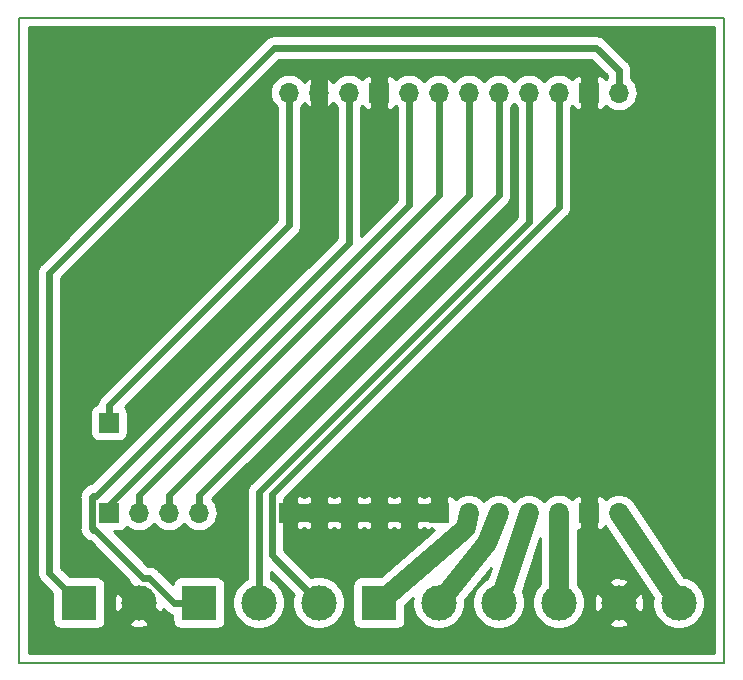
<source format=gbl>
G04 #@! TF.GenerationSoftware,KiCad,Pcbnew,5.1.2-f72e74a~84~ubuntu18.04.1*
G04 #@! TF.CreationDate,2019-06-23T16:18:23+02:00*
G04 #@! TF.ProjectId,TMC262_mount,544d4332-3632-45f6-9d6f-756e742e6b69,rev?*
G04 #@! TF.SameCoordinates,PX4ea49dfPY449d5dd*
G04 #@! TF.FileFunction,Copper,L2,Bot*
G04 #@! TF.FilePolarity,Positive*
%FSLAX46Y46*%
G04 Gerber Fmt 4.6, Leading zero omitted, Abs format (unit mm)*
G04 Created by KiCad (PCBNEW 5.1.2-f72e74a~84~ubuntu18.04.1) date 2019-06-23 16:18:23*
%MOMM*%
%LPD*%
G04 APERTURE LIST*
%ADD10C,0.200000*%
%ADD11R,1.700000X1.700000*%
%ADD12O,1.700000X1.700000*%
%ADD13C,3.000000*%
%ADD14R,3.000000X3.000000*%
%ADD15C,0.600000*%
%ADD16C,1.700000*%
%ADD17C,0.254000*%
G04 APERTURE END LIST*
D10*
X-59690000Y54610000D02*
X-59690000Y0D01*
X0Y54610000D02*
X-59690000Y54610000D01*
X0Y0D02*
X0Y54610000D01*
X-59690000Y0D02*
X0Y0D01*
D11*
X-26669999Y12700041D03*
X-31749999Y12700041D03*
X-34289999Y12700041D03*
X-36829999Y12700041D03*
X-52069999Y20320041D03*
X-52069999Y12700041D03*
D12*
X-49529999Y12700041D03*
X-46989999Y12700041D03*
X-44449999Y12700041D03*
D13*
X-24130099Y5080041D03*
X-19050099Y5080041D03*
D14*
X-29210099Y5080041D03*
D13*
X-13970099Y5080041D03*
X-8890099Y5080041D03*
X-3810099Y5080041D03*
D14*
X-44449999Y5080041D03*
D13*
X-39369999Y5080041D03*
X-34289999Y5080041D03*
D14*
X-54609999Y5080041D03*
D13*
X-49529999Y5080041D03*
D12*
X-19049999Y48260041D03*
X-21589999Y48260041D03*
X-24129999Y48260041D03*
X-26669999Y48260041D03*
X-13969999Y48260041D03*
X-16509999Y48260041D03*
X-36829999Y48260041D03*
X-34289999Y48260041D03*
X-31749999Y48260041D03*
D11*
X-29209999Y48260041D03*
X-29209999Y12700041D03*
X-24129999Y12700041D03*
D12*
X-16509999Y12700041D03*
X-13969999Y12700041D03*
X-19049999Y12700041D03*
X-21589999Y12700041D03*
X-8889999Y48260041D03*
D11*
X-11429999Y48260041D03*
X-11429999Y12700041D03*
D12*
X-8889999Y12700041D03*
D15*
X-38100000Y52070000D02*
X-57150000Y33020000D01*
X-57150000Y33020000D02*
X-57150000Y7620042D01*
X-10795000Y52070000D02*
X-38100000Y52070000D01*
X-8889999Y48260041D02*
X-8889999Y50164999D01*
X-57150000Y7620042D02*
X-54609999Y5080041D01*
X-8889999Y50164999D02*
X-10795000Y52070000D01*
X-13969999Y48260041D02*
X-13969999Y38557941D01*
X-13969999Y38557941D02*
X-38280399Y14247541D01*
X-38280399Y14247541D02*
X-38280399Y9070441D01*
X-38280399Y9070441D02*
X-34289999Y5080041D01*
X-39369999Y5080041D02*
X-39369999Y14431241D01*
X-39369999Y14431241D02*
X-16509999Y37291241D01*
X-16509999Y37291241D02*
X-16509999Y48260041D01*
D16*
X-3810099Y5080041D02*
X-3810099Y5619841D01*
X-8889999Y12700041D02*
X-3810099Y5080041D01*
X-13969999Y12700041D02*
X-13969999Y5080141D01*
X-13969999Y5080141D02*
X-13970099Y5080041D01*
X-21844000Y11430000D02*
X-29210099Y5080041D01*
X-21589999Y12700041D02*
X-21844000Y11430000D01*
X-16509999Y12700041D02*
X-19050099Y5080041D01*
X-20066000Y10160000D02*
X-24130099Y5080041D01*
X-19049999Y12700041D02*
X-20066000Y10160000D01*
D15*
X-44449999Y12700041D02*
X-44449999Y14150341D01*
X-19049999Y48260041D02*
X-19049999Y39550341D01*
X-19049999Y39550341D02*
X-44449999Y14150341D01*
X-46989999Y12700041D02*
X-46989999Y14150341D01*
X-21589999Y48260041D02*
X-21589999Y39550341D01*
X-21589999Y39550341D02*
X-46989999Y14150341D01*
X-49529999Y12700041D02*
X-49529999Y14150341D01*
X-24129999Y48260041D02*
X-24129999Y39550341D01*
X-24129999Y39550341D02*
X-49529999Y14150341D01*
X-26669999Y38735001D02*
X-26669999Y48260041D01*
X-52069999Y12700041D02*
X-52069999Y13335001D01*
X-52069999Y13335001D02*
X-26669999Y38735001D01*
X-46550299Y5080041D02*
X-44449999Y5080041D01*
X-48650599Y7180341D02*
X-46550299Y5080041D01*
X-53224098Y11250040D02*
X-49154399Y7180341D01*
X-53400000Y11250040D02*
X-53224098Y11250040D01*
X-53159958Y14150042D02*
X-53400000Y14150042D01*
X-49154399Y7180341D02*
X-48650599Y7180341D01*
X-31749999Y35560001D02*
X-53159958Y14150042D01*
X-31749999Y48260041D02*
X-31749999Y35560001D01*
X-53520000Y11370040D02*
X-53400000Y11250040D01*
X-53400000Y14150042D02*
X-53520000Y14030042D01*
X-53520000Y14030042D02*
X-53520000Y11370040D01*
X-52069999Y20320041D02*
X-52069999Y21770341D01*
X-36829999Y48260041D02*
X-36829999Y37010341D01*
X-36829999Y37010341D02*
X-52069999Y21770341D01*
D17*
G36*
X-835000Y835000D02*
G01*
X-58855000Y835000D01*
X-58855000Y33020000D01*
X-58190006Y33020000D01*
X-58185000Y32969172D01*
X-58184999Y7670880D01*
X-58190006Y7620042D01*
X-58170023Y7417147D01*
X-58110840Y7222049D01*
X-58014734Y7042245D01*
X-57961554Y6977446D01*
X-57885395Y6884646D01*
X-57845908Y6852240D01*
X-56848555Y5854887D01*
X-56848555Y3580041D01*
X-56834364Y3435956D01*
X-56792336Y3297408D01*
X-56724086Y3169721D01*
X-56632237Y3057803D01*
X-56520319Y2965954D01*
X-56392632Y2897704D01*
X-56254084Y2855676D01*
X-56109999Y2841485D01*
X-53109999Y2841485D01*
X-52965914Y2855676D01*
X-52827366Y2897704D01*
X-52699679Y2965954D01*
X-52587761Y3057803D01*
X-52495912Y3169721D01*
X-52427662Y3297408D01*
X-52425162Y3305652D01*
X-50423333Y3305652D01*
X-50232633Y3053037D01*
X-49823683Y2954908D01*
X-49403447Y2938447D01*
X-48988075Y3004287D01*
X-48827365Y3053037D01*
X-48636665Y3305652D01*
X-49529999Y4198986D01*
X-50423333Y3305652D01*
X-52425162Y3305652D01*
X-52385634Y3435956D01*
X-52371443Y3580041D01*
X-52371443Y4953489D01*
X-51671593Y4953489D01*
X-51605753Y4538117D01*
X-51557003Y4377407D01*
X-51304388Y4186707D01*
X-50411054Y5080041D01*
X-51304388Y5973375D01*
X-51557003Y5782675D01*
X-51655132Y5373725D01*
X-51671593Y4953489D01*
X-52371443Y4953489D01*
X-52371443Y6580041D01*
X-52385634Y6724126D01*
X-52427662Y6862674D01*
X-52495912Y6990361D01*
X-52587761Y7102279D01*
X-52699679Y7194128D01*
X-52827366Y7262378D01*
X-52965914Y7304406D01*
X-53109999Y7318597D01*
X-55384845Y7318597D01*
X-56115000Y8048752D01*
X-56115000Y14030042D01*
X-54560006Y14030042D01*
X-54555000Y13979214D01*
X-54554999Y11420878D01*
X-54560006Y11370040D01*
X-54540023Y11167145D01*
X-54480840Y10972047D01*
X-54384734Y10792243D01*
X-54289623Y10676351D01*
X-54255395Y10634644D01*
X-54215907Y10602237D01*
X-54167807Y10554137D01*
X-54135396Y10514644D01*
X-53977797Y10385306D01*
X-53797993Y10289199D01*
X-53696039Y10258271D01*
X-50366923Y6929154D01*
X-50423333Y6854430D01*
X-49529999Y5961096D01*
X-49515856Y5975238D01*
X-48634801Y5094183D01*
X-48648944Y5080041D01*
X-47755610Y4186707D01*
X-47502995Y4377407D01*
X-47465913Y4531944D01*
X-47318102Y4384133D01*
X-47285695Y4344645D01*
X-47246207Y4312238D01*
X-47128097Y4215307D01*
X-47074589Y4186707D01*
X-46948292Y4119200D01*
X-46753194Y4060017D01*
X-46688555Y4053651D01*
X-46688555Y3580041D01*
X-46674364Y3435956D01*
X-46632336Y3297408D01*
X-46564086Y3169721D01*
X-46472237Y3057803D01*
X-46360319Y2965954D01*
X-46232632Y2897704D01*
X-46094084Y2855676D01*
X-45949999Y2841485D01*
X-42949999Y2841485D01*
X-42805914Y2855676D01*
X-42667366Y2897704D01*
X-42539679Y2965954D01*
X-42427761Y3057803D01*
X-42335912Y3169721D01*
X-42267662Y3297408D01*
X-42225634Y3435956D01*
X-42211443Y3580041D01*
X-42211443Y6580041D01*
X-42225634Y6724126D01*
X-42267662Y6862674D01*
X-42335912Y6990361D01*
X-42427761Y7102279D01*
X-42539679Y7194128D01*
X-42667366Y7262378D01*
X-42805914Y7304406D01*
X-42949999Y7318597D01*
X-45949999Y7318597D01*
X-46094084Y7304406D01*
X-46232632Y7262378D01*
X-46360319Y7194128D01*
X-46472237Y7102279D01*
X-46564086Y6990361D01*
X-46632336Y6862674D01*
X-46674364Y6724126D01*
X-46679413Y6672865D01*
X-47882792Y7876244D01*
X-47915203Y7915737D01*
X-48072802Y8045075D01*
X-48252606Y8141182D01*
X-48447704Y8200365D01*
X-48599761Y8215341D01*
X-48599771Y8215341D01*
X-48650599Y8220347D01*
X-48701427Y8215341D01*
X-48725688Y8215341D01*
X-51621833Y11111485D01*
X-51219999Y11111485D01*
X-51075914Y11125676D01*
X-50937366Y11167704D01*
X-50809679Y11235954D01*
X-50697761Y11327803D01*
X-50605912Y11439721D01*
X-50571406Y11504277D01*
X-50414838Y11375785D01*
X-50139487Y11228607D01*
X-49840713Y11137975D01*
X-49607863Y11115041D01*
X-49452135Y11115041D01*
X-49219285Y11137975D01*
X-48920511Y11228607D01*
X-48645160Y11375785D01*
X-48403812Y11573854D01*
X-48259999Y11749091D01*
X-48116186Y11573854D01*
X-47874838Y11375785D01*
X-47599487Y11228607D01*
X-47300713Y11137975D01*
X-47067863Y11115041D01*
X-46912135Y11115041D01*
X-46679285Y11137975D01*
X-46380511Y11228607D01*
X-46105160Y11375785D01*
X-45863812Y11573854D01*
X-45719999Y11749091D01*
X-45576186Y11573854D01*
X-45334838Y11375785D01*
X-45059487Y11228607D01*
X-44760713Y11137975D01*
X-44527863Y11115041D01*
X-44372135Y11115041D01*
X-44139285Y11137975D01*
X-43840511Y11228607D01*
X-43565160Y11375785D01*
X-43323812Y11573854D01*
X-43125743Y11815202D01*
X-42978565Y12090553D01*
X-42887933Y12389327D01*
X-42857330Y12700041D01*
X-42887933Y13010755D01*
X-42978565Y13309529D01*
X-43125743Y13584880D01*
X-43317767Y13818863D01*
X-18354091Y38782538D01*
X-18314603Y38814945D01*
X-18185265Y38972544D01*
X-18089158Y39152348D01*
X-18029975Y39347446D01*
X-18014999Y39499503D01*
X-18014999Y39499512D01*
X-18009993Y39550340D01*
X-18014999Y39601168D01*
X-18014999Y47059019D01*
X-17923812Y47133854D01*
X-17779999Y47309091D01*
X-17636186Y47133854D01*
X-17544998Y47059018D01*
X-17544999Y37719952D01*
X-40065906Y15199044D01*
X-40105394Y15166637D01*
X-40137801Y15127149D01*
X-40137802Y15127148D01*
X-40234733Y15009038D01*
X-40330839Y14829234D01*
X-40390022Y14634136D01*
X-40410005Y14431241D01*
X-40404998Y14380403D01*
X-40404999Y7070476D01*
X-40428668Y7060672D01*
X-40794728Y6816079D01*
X-41106037Y6504770D01*
X-41350630Y6138710D01*
X-41519109Y5731966D01*
X-41604999Y5300169D01*
X-41604999Y4859913D01*
X-41519109Y4428116D01*
X-41350630Y4021372D01*
X-41106037Y3655312D01*
X-40794728Y3344003D01*
X-40428668Y3099410D01*
X-40021924Y2930931D01*
X-39590127Y2845041D01*
X-39149871Y2845041D01*
X-38718074Y2930931D01*
X-38311330Y3099410D01*
X-37945270Y3344003D01*
X-37633961Y3655312D01*
X-37389368Y4021372D01*
X-37220889Y4428116D01*
X-37134999Y4859913D01*
X-37134999Y5300169D01*
X-37220889Y5731966D01*
X-37389368Y6138710D01*
X-37633961Y6504770D01*
X-37945270Y6816079D01*
X-38311330Y7060672D01*
X-38334999Y7070476D01*
X-38334999Y7661331D01*
X-36429305Y5755636D01*
X-36439109Y5731966D01*
X-36524999Y5300169D01*
X-36524999Y4859913D01*
X-36439109Y4428116D01*
X-36270630Y4021372D01*
X-36026037Y3655312D01*
X-35714728Y3344003D01*
X-35348668Y3099410D01*
X-34941924Y2930931D01*
X-34510127Y2845041D01*
X-34069871Y2845041D01*
X-33638074Y2930931D01*
X-33231330Y3099410D01*
X-32865270Y3344003D01*
X-32553961Y3655312D01*
X-32309368Y4021372D01*
X-32140889Y4428116D01*
X-32054999Y4859913D01*
X-32054999Y5300169D01*
X-32140889Y5731966D01*
X-32309368Y6138710D01*
X-32553961Y6504770D01*
X-32629232Y6580041D01*
X-31448655Y6580041D01*
X-31448655Y3580041D01*
X-31434464Y3435956D01*
X-31392436Y3297408D01*
X-31324186Y3169721D01*
X-31232337Y3057803D01*
X-31120419Y2965954D01*
X-30992732Y2897704D01*
X-30854184Y2855676D01*
X-30710099Y2841485D01*
X-27710099Y2841485D01*
X-27566014Y2855676D01*
X-27427466Y2897704D01*
X-27299779Y2965954D01*
X-27187861Y3057803D01*
X-27096012Y3169721D01*
X-27027762Y3297408D01*
X-26985734Y3435956D01*
X-26971543Y3580041D01*
X-26971543Y4917153D01*
X-26331543Y5468866D01*
X-26365099Y5300169D01*
X-26365099Y4859913D01*
X-26279209Y4428116D01*
X-26110730Y4021372D01*
X-25866137Y3655312D01*
X-25554828Y3344003D01*
X-25188768Y3099410D01*
X-24782024Y2930931D01*
X-24350227Y2845041D01*
X-23909971Y2845041D01*
X-23478174Y2930931D01*
X-23071430Y3099410D01*
X-22705370Y3344003D01*
X-22394061Y3655312D01*
X-22149468Y4021372D01*
X-21980989Y4428116D01*
X-21895099Y4859913D01*
X-21895099Y5300169D01*
X-21900889Y5329276D01*
X-19735515Y8035906D01*
X-20052890Y7083818D01*
X-20108768Y7060672D01*
X-20474828Y6816079D01*
X-20786137Y6504770D01*
X-21030730Y6138710D01*
X-21199209Y5731966D01*
X-21285099Y5300169D01*
X-21285099Y4859913D01*
X-21199209Y4428116D01*
X-21030730Y4021372D01*
X-20786137Y3655312D01*
X-20474828Y3344003D01*
X-20108768Y3099410D01*
X-19702024Y2930931D01*
X-19270227Y2845041D01*
X-18829971Y2845041D01*
X-18398174Y2930931D01*
X-17991430Y3099410D01*
X-17625370Y3344003D01*
X-17314061Y3655312D01*
X-17069468Y4021372D01*
X-16900989Y4428116D01*
X-16815099Y4859913D01*
X-16815099Y5300169D01*
X-16900989Y5731966D01*
X-17045634Y6081169D01*
X-15554999Y10552899D01*
X-15554998Y6655909D01*
X-15706137Y6504770D01*
X-15950730Y6138710D01*
X-16119209Y5731966D01*
X-16205099Y5300169D01*
X-16205099Y4859913D01*
X-16119209Y4428116D01*
X-15950730Y4021372D01*
X-15706137Y3655312D01*
X-15394828Y3344003D01*
X-15028768Y3099410D01*
X-14622024Y2930931D01*
X-14190227Y2845041D01*
X-13749971Y2845041D01*
X-13318174Y2930931D01*
X-12911430Y3099410D01*
X-12602767Y3305652D01*
X-9783433Y3305652D01*
X-9592733Y3053037D01*
X-9183783Y2954908D01*
X-8763547Y2938447D01*
X-8348175Y3004287D01*
X-8187465Y3053037D01*
X-7996765Y3305652D01*
X-8890099Y4198986D01*
X-9783433Y3305652D01*
X-12602767Y3305652D01*
X-12545370Y3344003D01*
X-12234061Y3655312D01*
X-11989468Y4021372D01*
X-11820989Y4428116D01*
X-11735099Y4859913D01*
X-11735099Y4953489D01*
X-11031693Y4953489D01*
X-10965853Y4538117D01*
X-10917103Y4377407D01*
X-10664488Y4186707D01*
X-9771154Y5080041D01*
X-8009044Y5080041D01*
X-7115710Y4186707D01*
X-6863095Y4377407D01*
X-6764966Y4786357D01*
X-6748505Y5206593D01*
X-6814345Y5621965D01*
X-6863095Y5782675D01*
X-7115710Y5973375D01*
X-8009044Y5080041D01*
X-9771154Y5080041D01*
X-10664488Y5973375D01*
X-10917103Y5782675D01*
X-11015232Y5373725D01*
X-11031693Y4953489D01*
X-11735099Y4953489D01*
X-11735099Y5300169D01*
X-11820989Y5731966D01*
X-11989468Y6138710D01*
X-12234061Y6504770D01*
X-12384999Y6655708D01*
X-12384999Y6854430D01*
X-9783433Y6854430D01*
X-8890099Y5961096D01*
X-7996765Y6854430D01*
X-8187465Y7107045D01*
X-8596415Y7205174D01*
X-9016651Y7221635D01*
X-9432023Y7155795D01*
X-9592733Y7107045D01*
X-9783433Y6854430D01*
X-12384999Y6854430D01*
X-12384999Y11222310D01*
X-12279999Y11211969D01*
X-12211749Y11215041D01*
X-12052999Y11373791D01*
X-12052999Y12077041D01*
X-12072999Y12077041D01*
X-12072999Y13323041D01*
X-12052999Y13323041D01*
X-12052999Y14026291D01*
X-10806999Y14026291D01*
X-10806999Y13323041D01*
X-10786999Y13323041D01*
X-10786999Y12077041D01*
X-10806999Y12077041D01*
X-10806999Y11373791D01*
X-10648249Y11215041D01*
X-10579999Y11211969D01*
X-10455517Y11224229D01*
X-10335819Y11260539D01*
X-10225505Y11319504D01*
X-10128814Y11398856D01*
X-10049462Y11495547D01*
X-10023865Y11543436D01*
X-6002969Y5511972D01*
X-6045099Y5300169D01*
X-6045099Y4859913D01*
X-5959209Y4428116D01*
X-5790730Y4021372D01*
X-5546137Y3655312D01*
X-5234828Y3344003D01*
X-4868768Y3099410D01*
X-4462024Y2930931D01*
X-4030227Y2845041D01*
X-3589971Y2845041D01*
X-3158174Y2930931D01*
X-2751430Y3099410D01*
X-2385370Y3344003D01*
X-2074061Y3655312D01*
X-1829468Y4021372D01*
X-1660989Y4428116D01*
X-1575099Y4859913D01*
X-1575099Y5300169D01*
X-1660989Y5731966D01*
X-1829468Y6138710D01*
X-2074061Y6504770D01*
X-2385370Y6816079D01*
X-2751430Y7060672D01*
X-3158174Y7229151D01*
X-3365364Y7270364D01*
X-7528463Y13515134D01*
X-7565743Y13584880D01*
X-7664730Y13705496D01*
X-7762625Y13825038D01*
X-7763272Y13825570D01*
X-7763812Y13826228D01*
X-7884426Y13925214D01*
X-8003763Y14023362D01*
X-8004506Y14023760D01*
X-8005160Y14024297D01*
X-8142365Y14097635D01*
X-8278959Y14170831D01*
X-8279766Y14171077D01*
X-8280511Y14171475D01*
X-8429293Y14216607D01*
X-8577637Y14261778D01*
X-8578476Y14261861D01*
X-8579285Y14262107D01*
X-8734552Y14277400D01*
X-8888320Y14292708D01*
X-8967017Y14285041D01*
X-8967863Y14285041D01*
X-9045007Y14277443D01*
X-9199064Y14262434D01*
X-9199872Y14262190D01*
X-9200713Y14262107D01*
X-9349504Y14216972D01*
X-9497934Y14172117D01*
X-9498678Y14171721D01*
X-9499487Y14171475D01*
X-9636921Y14098015D01*
X-9773440Y14025229D01*
X-9774090Y14024697D01*
X-9774838Y14024297D01*
X-9895612Y13925180D01*
X-10010297Y13831263D01*
X-10049462Y13904535D01*
X-10128814Y14001226D01*
X-10225505Y14080578D01*
X-10335819Y14139543D01*
X-10455517Y14175853D01*
X-10579999Y14188113D01*
X-10648249Y14185041D01*
X-10806999Y14026291D01*
X-12052999Y14026291D01*
X-12211749Y14185041D01*
X-12279999Y14188113D01*
X-12404481Y14175853D01*
X-12524179Y14139543D01*
X-12634493Y14080578D01*
X-12731184Y14001226D01*
X-12810536Y13904535D01*
X-12849776Y13831123D01*
X-13085160Y14024297D01*
X-13360511Y14171475D01*
X-13659285Y14262107D01*
X-13892135Y14285041D01*
X-13969999Y14292710D01*
X-14047863Y14285041D01*
X-14280713Y14262107D01*
X-14579487Y14171475D01*
X-14854838Y14024297D01*
X-15096186Y13826228D01*
X-15237579Y13653940D01*
X-15251789Y13676515D01*
X-15320454Y13749025D01*
X-15383812Y13826228D01*
X-15427561Y13862131D01*
X-15466466Y13903216D01*
X-15547952Y13960934D01*
X-15625160Y14024297D01*
X-15675070Y14050975D01*
X-15721245Y14083681D01*
X-15812431Y14124395D01*
X-15900511Y14171475D01*
X-15954665Y14187902D01*
X-16006335Y14210973D01*
X-16103716Y14233116D01*
X-16199285Y14262107D01*
X-16255602Y14267654D01*
X-16310781Y14280201D01*
X-16410608Y14282921D01*
X-16432135Y14285041D01*
X-16488433Y14285041D01*
X-16622883Y14288704D01*
X-16721324Y14271896D01*
X-16820713Y14262107D01*
X-16874864Y14245680D01*
X-16930647Y14236156D01*
X-17023920Y14200465D01*
X-17119487Y14171475D01*
X-17169396Y14144798D01*
X-17222246Y14124575D01*
X-17306760Y14071375D01*
X-17394838Y14024297D01*
X-17438583Y13988397D01*
X-17486473Y13958251D01*
X-17558986Y13889584D01*
X-17636186Y13826228D01*
X-17672087Y13782483D01*
X-17713175Y13743574D01*
X-17770900Y13662079D01*
X-17779368Y13651760D01*
X-17830854Y13712958D01*
X-17923812Y13826228D01*
X-17931357Y13832420D01*
X-17937633Y13839880D01*
X-18051883Y13931333D01*
X-18165160Y14024297D01*
X-18173770Y14028899D01*
X-18181379Y14034990D01*
X-18311271Y14102395D01*
X-18440511Y14171475D01*
X-18449851Y14174308D01*
X-18458505Y14178799D01*
X-18599077Y14219575D01*
X-18739285Y14262107D01*
X-18748998Y14263064D01*
X-18758362Y14265780D01*
X-18904205Y14278350D01*
X-18972135Y14285041D01*
X-18981830Y14285041D01*
X-19069426Y14292591D01*
X-19214928Y14276466D01*
X-19360713Y14262107D01*
X-19370052Y14259274D01*
X-19379744Y14258200D01*
X-19519321Y14213994D01*
X-19659487Y14171475D01*
X-19668091Y14166876D01*
X-19677390Y14163931D01*
X-19805657Y14093345D01*
X-19934838Y14024297D01*
X-19942382Y14018106D01*
X-19950926Y14013404D01*
X-20062938Y13919168D01*
X-20176186Y13826228D01*
X-20182378Y13818683D01*
X-20189838Y13812407D01*
X-20281310Y13698134D01*
X-20319999Y13650991D01*
X-20364998Y13705822D01*
X-20462642Y13825055D01*
X-20463280Y13825580D01*
X-20463812Y13826228D01*
X-20584859Y13925568D01*
X-20703783Y14023374D01*
X-20704510Y14023764D01*
X-20705160Y14024297D01*
X-20843314Y14098142D01*
X-20978981Y14170839D01*
X-20979771Y14171080D01*
X-20980511Y14171475D01*
X-21130053Y14216838D01*
X-21277660Y14261782D01*
X-21278484Y14261864D01*
X-21279285Y14262107D01*
X-21434799Y14277424D01*
X-21588342Y14292708D01*
X-21667026Y14285041D01*
X-21667863Y14285041D01*
X-21745319Y14277412D01*
X-21899087Y14262429D01*
X-21899881Y14262189D01*
X-21900713Y14262107D01*
X-22049827Y14216874D01*
X-22197955Y14172108D01*
X-22198687Y14171718D01*
X-22199487Y14171475D01*
X-22336989Y14097979D01*
X-22473460Y14025216D01*
X-22474101Y14024691D01*
X-22474838Y14024297D01*
X-22595547Y13925234D01*
X-22710296Y13831261D01*
X-22749462Y13904535D01*
X-22828814Y14001226D01*
X-22925505Y14080578D01*
X-23035819Y14139543D01*
X-23155517Y14175853D01*
X-23279999Y14188113D01*
X-23348249Y14185041D01*
X-23506999Y14026291D01*
X-23506999Y13323041D01*
X-23486999Y13323041D01*
X-23486999Y12106290D01*
X-23544129Y12057041D01*
X-24752999Y12057041D01*
X-24752999Y12077041D01*
X-26046999Y12077041D01*
X-26046999Y11373791D01*
X-25888249Y11215041D01*
X-25819999Y11211969D01*
X-25695517Y11224229D01*
X-25575819Y11260539D01*
X-25465505Y11319504D01*
X-25399999Y11373263D01*
X-25334493Y11319504D01*
X-25224179Y11260539D01*
X-25104481Y11224229D01*
X-24979999Y11211969D01*
X-24911749Y11215041D01*
X-24753001Y11373789D01*
X-24753001Y11215041D01*
X-24520868Y11215041D01*
X-29040833Y7318597D01*
X-30710099Y7318597D01*
X-30854184Y7304406D01*
X-30992732Y7262378D01*
X-31120419Y7194128D01*
X-31232337Y7102279D01*
X-31324186Y6990361D01*
X-31392436Y6862674D01*
X-31434464Y6724126D01*
X-31448655Y6580041D01*
X-32629232Y6580041D01*
X-32865270Y6816079D01*
X-33231330Y7060672D01*
X-33638074Y7229151D01*
X-34069871Y7315041D01*
X-34510127Y7315041D01*
X-34941924Y7229151D01*
X-34965594Y7219347D01*
X-37245399Y9499151D01*
X-37245399Y12077041D01*
X-36206999Y12077041D01*
X-36206999Y11373791D01*
X-36048249Y11215041D01*
X-35979999Y11211969D01*
X-35855517Y11224229D01*
X-35735819Y11260539D01*
X-35625505Y11319504D01*
X-35559999Y11373263D01*
X-35494493Y11319504D01*
X-35384179Y11260539D01*
X-35264481Y11224229D01*
X-35139999Y11211969D01*
X-35071749Y11215041D01*
X-34912999Y11373791D01*
X-34912999Y12077041D01*
X-33666999Y12077041D01*
X-33666999Y11373791D01*
X-33508249Y11215041D01*
X-33439999Y11211969D01*
X-33315517Y11224229D01*
X-33195819Y11260539D01*
X-33085505Y11319504D01*
X-33019999Y11373263D01*
X-32954493Y11319504D01*
X-32844179Y11260539D01*
X-32724481Y11224229D01*
X-32599999Y11211969D01*
X-32531749Y11215041D01*
X-32372999Y11373791D01*
X-32372999Y12077041D01*
X-31126999Y12077041D01*
X-31126999Y11373791D01*
X-30968249Y11215041D01*
X-30899999Y11211969D01*
X-30775517Y11224229D01*
X-30655819Y11260539D01*
X-30545505Y11319504D01*
X-30479999Y11373263D01*
X-30414493Y11319504D01*
X-30304179Y11260539D01*
X-30184481Y11224229D01*
X-30059999Y11211969D01*
X-29991749Y11215041D01*
X-29832999Y11373791D01*
X-29832999Y12077041D01*
X-28586999Y12077041D01*
X-28586999Y11373791D01*
X-28428249Y11215041D01*
X-28359999Y11211969D01*
X-28235517Y11224229D01*
X-28115819Y11260539D01*
X-28005505Y11319504D01*
X-27939999Y11373263D01*
X-27874493Y11319504D01*
X-27764179Y11260539D01*
X-27644481Y11224229D01*
X-27519999Y11211969D01*
X-27451749Y11215041D01*
X-27292999Y11373791D01*
X-27292999Y12077041D01*
X-28586999Y12077041D01*
X-29832999Y12077041D01*
X-31126999Y12077041D01*
X-32372999Y12077041D01*
X-33666999Y12077041D01*
X-34912999Y12077041D01*
X-36206999Y12077041D01*
X-37245399Y12077041D01*
X-37245399Y13818831D01*
X-37037939Y14026291D01*
X-36206999Y14026291D01*
X-36206999Y13323041D01*
X-34912999Y13323041D01*
X-34912999Y14026291D01*
X-33666999Y14026291D01*
X-33666999Y13323041D01*
X-32372999Y13323041D01*
X-32372999Y14026291D01*
X-31126999Y14026291D01*
X-31126999Y13323041D01*
X-29832999Y13323041D01*
X-29832999Y14026291D01*
X-28586999Y14026291D01*
X-28586999Y13323041D01*
X-27292999Y13323041D01*
X-27292999Y14026291D01*
X-26046999Y14026291D01*
X-26046999Y13323041D01*
X-24752999Y13323041D01*
X-24752999Y14026291D01*
X-24911749Y14185041D01*
X-24979999Y14188113D01*
X-25104481Y14175853D01*
X-25224179Y14139543D01*
X-25334493Y14080578D01*
X-25399999Y14026819D01*
X-25465505Y14080578D01*
X-25575819Y14139543D01*
X-25695517Y14175853D01*
X-25819999Y14188113D01*
X-25888249Y14185041D01*
X-26046999Y14026291D01*
X-27292999Y14026291D01*
X-27451749Y14185041D01*
X-27519999Y14188113D01*
X-27644481Y14175853D01*
X-27764179Y14139543D01*
X-27874493Y14080578D01*
X-27939999Y14026819D01*
X-28005505Y14080578D01*
X-28115819Y14139543D01*
X-28235517Y14175853D01*
X-28359999Y14188113D01*
X-28428249Y14185041D01*
X-28586999Y14026291D01*
X-29832999Y14026291D01*
X-29991749Y14185041D01*
X-30059999Y14188113D01*
X-30184481Y14175853D01*
X-30304179Y14139543D01*
X-30414493Y14080578D01*
X-30479999Y14026819D01*
X-30545505Y14080578D01*
X-30655819Y14139543D01*
X-30775517Y14175853D01*
X-30899999Y14188113D01*
X-30968249Y14185041D01*
X-31126999Y14026291D01*
X-32372999Y14026291D01*
X-32531749Y14185041D01*
X-32599999Y14188113D01*
X-32724481Y14175853D01*
X-32844179Y14139543D01*
X-32954493Y14080578D01*
X-33019999Y14026819D01*
X-33085505Y14080578D01*
X-33195819Y14139543D01*
X-33315517Y14175853D01*
X-33439999Y14188113D01*
X-33508249Y14185041D01*
X-33666999Y14026291D01*
X-34912999Y14026291D01*
X-35071749Y14185041D01*
X-35139999Y14188113D01*
X-35264481Y14175853D01*
X-35384179Y14139543D01*
X-35494493Y14080578D01*
X-35559999Y14026819D01*
X-35625505Y14080578D01*
X-35735819Y14139543D01*
X-35855517Y14175853D01*
X-35979999Y14188113D01*
X-36048249Y14185041D01*
X-36206999Y14026291D01*
X-37037939Y14026291D01*
X-13274091Y37790138D01*
X-13234603Y37822545D01*
X-13196447Y37869038D01*
X-13105265Y37980143D01*
X-13011282Y38155975D01*
X-13009158Y38159948D01*
X-12949975Y38355046D01*
X-12934999Y38507103D01*
X-12934999Y38507112D01*
X-12929993Y38557940D01*
X-12934999Y38608768D01*
X-12934999Y47059019D01*
X-12849776Y47128959D01*
X-12810536Y47055547D01*
X-12731184Y46958856D01*
X-12634493Y46879504D01*
X-12524179Y46820539D01*
X-12404481Y46784229D01*
X-12279999Y46771969D01*
X-12211749Y46775041D01*
X-12052999Y46933791D01*
X-12052999Y47637041D01*
X-12072999Y47637041D01*
X-12072999Y48883041D01*
X-12052999Y48883041D01*
X-12052999Y49586291D01*
X-12211749Y49745041D01*
X-12279999Y49748113D01*
X-12404481Y49735853D01*
X-12524179Y49699543D01*
X-12634493Y49640578D01*
X-12731184Y49561226D01*
X-12810536Y49464535D01*
X-12849776Y49391123D01*
X-13085160Y49584297D01*
X-13360511Y49731475D01*
X-13659285Y49822107D01*
X-13892135Y49845041D01*
X-14047863Y49845041D01*
X-14280713Y49822107D01*
X-14579487Y49731475D01*
X-14854838Y49584297D01*
X-15096186Y49386228D01*
X-15239999Y49210991D01*
X-15383812Y49386228D01*
X-15625160Y49584297D01*
X-15900511Y49731475D01*
X-16199285Y49822107D01*
X-16432135Y49845041D01*
X-16587863Y49845041D01*
X-16820713Y49822107D01*
X-17119487Y49731475D01*
X-17394838Y49584297D01*
X-17636186Y49386228D01*
X-17779999Y49210991D01*
X-17923812Y49386228D01*
X-18165160Y49584297D01*
X-18440511Y49731475D01*
X-18739285Y49822107D01*
X-18972135Y49845041D01*
X-19127863Y49845041D01*
X-19360713Y49822107D01*
X-19659487Y49731475D01*
X-19934838Y49584297D01*
X-20176186Y49386228D01*
X-20319999Y49210991D01*
X-20463812Y49386228D01*
X-20705160Y49584297D01*
X-20980511Y49731475D01*
X-21279285Y49822107D01*
X-21512135Y49845041D01*
X-21667863Y49845041D01*
X-21900713Y49822107D01*
X-22199487Y49731475D01*
X-22474838Y49584297D01*
X-22716186Y49386228D01*
X-22859999Y49210991D01*
X-23003812Y49386228D01*
X-23245160Y49584297D01*
X-23520511Y49731475D01*
X-23819285Y49822107D01*
X-24052135Y49845041D01*
X-24207863Y49845041D01*
X-24440713Y49822107D01*
X-24739487Y49731475D01*
X-25014838Y49584297D01*
X-25256186Y49386228D01*
X-25399999Y49210991D01*
X-25543812Y49386228D01*
X-25785160Y49584297D01*
X-26060511Y49731475D01*
X-26359285Y49822107D01*
X-26592135Y49845041D01*
X-26747863Y49845041D01*
X-26980713Y49822107D01*
X-27279487Y49731475D01*
X-27554838Y49584297D01*
X-27790222Y49391123D01*
X-27829462Y49464535D01*
X-27908814Y49561226D01*
X-28005505Y49640578D01*
X-28115819Y49699543D01*
X-28235517Y49735853D01*
X-28359999Y49748113D01*
X-28428249Y49745041D01*
X-28586999Y49586291D01*
X-28586999Y48883041D01*
X-28566999Y48883041D01*
X-28566999Y47637041D01*
X-28586999Y47637041D01*
X-28586999Y46933791D01*
X-28428249Y46775041D01*
X-28359999Y46771969D01*
X-28235517Y46784229D01*
X-28115819Y46820539D01*
X-28005505Y46879504D01*
X-27908814Y46958856D01*
X-27829462Y47055547D01*
X-27790222Y47128959D01*
X-27704998Y47059018D01*
X-27704999Y39163712D01*
X-30714999Y36153712D01*
X-30714999Y47059019D01*
X-30629776Y47128959D01*
X-30590536Y47055547D01*
X-30511184Y46958856D01*
X-30414493Y46879504D01*
X-30304179Y46820539D01*
X-30184481Y46784229D01*
X-30059999Y46771969D01*
X-29991749Y46775041D01*
X-29832999Y46933791D01*
X-29832999Y47637041D01*
X-29852999Y47637041D01*
X-29852999Y48883041D01*
X-29832999Y48883041D01*
X-29832999Y49586291D01*
X-29991749Y49745041D01*
X-30059999Y49748113D01*
X-30184481Y49735853D01*
X-30304179Y49699543D01*
X-30414493Y49640578D01*
X-30511184Y49561226D01*
X-30590536Y49464535D01*
X-30629776Y49391123D01*
X-30865160Y49584297D01*
X-31140511Y49731475D01*
X-31439285Y49822107D01*
X-31672135Y49845041D01*
X-31827863Y49845041D01*
X-32060713Y49822107D01*
X-32359487Y49731475D01*
X-32634838Y49584297D01*
X-32876186Y49386228D01*
X-33074255Y49144880D01*
X-33086069Y49122778D01*
X-33240926Y49311108D01*
X-33463796Y49493983D01*
X-33666999Y49430857D01*
X-33666999Y48883041D01*
X-33646999Y48883041D01*
X-33646999Y47637041D01*
X-33666999Y47637041D01*
X-33666999Y47089225D01*
X-33463796Y47026099D01*
X-33240926Y47208974D01*
X-33086069Y47397304D01*
X-33074255Y47375202D01*
X-32876186Y47133854D01*
X-32784999Y47059019D01*
X-32784998Y35988713D01*
X-53603970Y15169740D01*
X-53797993Y15110883D01*
X-53977797Y15014776D01*
X-54135396Y14885438D01*
X-54167807Y14845945D01*
X-54215903Y14797849D01*
X-54255396Y14765438D01*
X-54384734Y14607839D01*
X-54480841Y14428034D01*
X-54540024Y14232936D01*
X-54555000Y14080879D01*
X-54555000Y14080870D01*
X-54560006Y14030042D01*
X-56115000Y14030042D01*
X-56115000Y21170041D01*
X-53658555Y21170041D01*
X-53658555Y19470041D01*
X-53644364Y19325956D01*
X-53602336Y19187408D01*
X-53534086Y19059721D01*
X-53442237Y18947803D01*
X-53330319Y18855954D01*
X-53202632Y18787704D01*
X-53064084Y18745676D01*
X-52919999Y18731485D01*
X-51219999Y18731485D01*
X-51075914Y18745676D01*
X-50937366Y18787704D01*
X-50809679Y18855954D01*
X-50697761Y18947803D01*
X-50605912Y19059721D01*
X-50537662Y19187408D01*
X-50495634Y19325956D01*
X-50481443Y19470041D01*
X-50481443Y21170041D01*
X-50495634Y21314126D01*
X-50537662Y21452674D01*
X-50605912Y21580361D01*
X-50691716Y21684914D01*
X-36134091Y36242538D01*
X-36094603Y36274945D01*
X-36049092Y36330400D01*
X-35965265Y36432543D01*
X-35913895Y36528650D01*
X-35869158Y36612348D01*
X-35809975Y36807446D01*
X-35794999Y36959503D01*
X-35794999Y36959506D01*
X-35789992Y37010341D01*
X-35794999Y37061176D01*
X-35794999Y47059019D01*
X-35703812Y47133854D01*
X-35505743Y47375202D01*
X-35493929Y47397304D01*
X-35339072Y47208974D01*
X-35116202Y47026099D01*
X-34912999Y47089225D01*
X-34912999Y47637041D01*
X-34932999Y47637041D01*
X-34932999Y48883041D01*
X-34912999Y48883041D01*
X-34912999Y49430857D01*
X-35116202Y49493983D01*
X-35339072Y49311108D01*
X-35493929Y49122778D01*
X-35505743Y49144880D01*
X-35703812Y49386228D01*
X-35945160Y49584297D01*
X-36220511Y49731475D01*
X-36519285Y49822107D01*
X-36752135Y49845041D01*
X-36907863Y49845041D01*
X-37140713Y49822107D01*
X-37439487Y49731475D01*
X-37714838Y49584297D01*
X-37956186Y49386228D01*
X-38154255Y49144880D01*
X-38301433Y48869529D01*
X-38392065Y48570755D01*
X-38422668Y48260041D01*
X-38392065Y47949327D01*
X-38301433Y47650553D01*
X-38154255Y47375202D01*
X-37956186Y47133854D01*
X-37864999Y47059019D01*
X-37864998Y37439053D01*
X-52765906Y22538144D01*
X-52805394Y22505737D01*
X-52837801Y22466249D01*
X-52837802Y22466248D01*
X-52934733Y22348138D01*
X-53030839Y22168334D01*
X-53090022Y21973236D01*
X-53098824Y21883868D01*
X-53202632Y21852378D01*
X-53330319Y21784128D01*
X-53442237Y21692279D01*
X-53534086Y21580361D01*
X-53602336Y21452674D01*
X-53644364Y21314126D01*
X-53658555Y21170041D01*
X-56115000Y21170041D01*
X-56115000Y32591290D01*
X-37671289Y51035000D01*
X-11223710Y51035000D01*
X-9924998Y49736287D01*
X-9924998Y49461064D01*
X-10010222Y49391123D01*
X-10049462Y49464535D01*
X-10128814Y49561226D01*
X-10225505Y49640578D01*
X-10335819Y49699543D01*
X-10455517Y49735853D01*
X-10579999Y49748113D01*
X-10648249Y49745041D01*
X-10806999Y49586291D01*
X-10806999Y48883041D01*
X-10786999Y48883041D01*
X-10786999Y47637041D01*
X-10806999Y47637041D01*
X-10806999Y46933791D01*
X-10648249Y46775041D01*
X-10579999Y46771969D01*
X-10455517Y46784229D01*
X-10335819Y46820539D01*
X-10225505Y46879504D01*
X-10128814Y46958856D01*
X-10049462Y47055547D01*
X-10010222Y47128959D01*
X-9774838Y46935785D01*
X-9499487Y46788607D01*
X-9200713Y46697975D01*
X-8967863Y46675041D01*
X-8812135Y46675041D01*
X-8579285Y46697975D01*
X-8280511Y46788607D01*
X-8005160Y46935785D01*
X-7763812Y47133854D01*
X-7565743Y47375202D01*
X-7418565Y47650553D01*
X-7327933Y47949327D01*
X-7297330Y48260041D01*
X-7327933Y48570755D01*
X-7418565Y48869529D01*
X-7565743Y49144880D01*
X-7763812Y49386228D01*
X-7854999Y49461063D01*
X-7854999Y50114172D01*
X-7849993Y50165000D01*
X-7854999Y50215828D01*
X-7854999Y50215837D01*
X-7869975Y50367894D01*
X-7929158Y50562992D01*
X-7973895Y50646690D01*
X-8025265Y50742797D01*
X-8122196Y50860907D01*
X-8154603Y50900395D01*
X-8194091Y50932802D01*
X-10027193Y52765903D01*
X-10059604Y52805396D01*
X-10217203Y52934734D01*
X-10397007Y53030841D01*
X-10592105Y53090024D01*
X-10744162Y53105000D01*
X-10744172Y53105000D01*
X-10795000Y53110006D01*
X-10845828Y53105000D01*
X-38049173Y53105000D01*
X-38100001Y53110006D01*
X-38150829Y53105000D01*
X-38150838Y53105000D01*
X-38302895Y53090024D01*
X-38497993Y53030841D01*
X-38581691Y52986104D01*
X-38677798Y52934734D01*
X-38795908Y52837803D01*
X-38835396Y52805396D01*
X-38867803Y52765908D01*
X-57845903Y33787807D01*
X-57885396Y33755396D01*
X-58014734Y33597797D01*
X-58110841Y33417992D01*
X-58170024Y33222894D01*
X-58185000Y33070837D01*
X-58185000Y33070828D01*
X-58190006Y33020000D01*
X-58855000Y33020000D01*
X-58855000Y53775000D01*
X-834999Y53775000D01*
X-835000Y835000D01*
X-835000Y835000D01*
G37*
X-835000Y835000D02*
X-58855000Y835000D01*
X-58855000Y33020000D01*
X-58190006Y33020000D01*
X-58185000Y32969172D01*
X-58184999Y7670880D01*
X-58190006Y7620042D01*
X-58170023Y7417147D01*
X-58110840Y7222049D01*
X-58014734Y7042245D01*
X-57961554Y6977446D01*
X-57885395Y6884646D01*
X-57845908Y6852240D01*
X-56848555Y5854887D01*
X-56848555Y3580041D01*
X-56834364Y3435956D01*
X-56792336Y3297408D01*
X-56724086Y3169721D01*
X-56632237Y3057803D01*
X-56520319Y2965954D01*
X-56392632Y2897704D01*
X-56254084Y2855676D01*
X-56109999Y2841485D01*
X-53109999Y2841485D01*
X-52965914Y2855676D01*
X-52827366Y2897704D01*
X-52699679Y2965954D01*
X-52587761Y3057803D01*
X-52495912Y3169721D01*
X-52427662Y3297408D01*
X-52425162Y3305652D01*
X-50423333Y3305652D01*
X-50232633Y3053037D01*
X-49823683Y2954908D01*
X-49403447Y2938447D01*
X-48988075Y3004287D01*
X-48827365Y3053037D01*
X-48636665Y3305652D01*
X-49529999Y4198986D01*
X-50423333Y3305652D01*
X-52425162Y3305652D01*
X-52385634Y3435956D01*
X-52371443Y3580041D01*
X-52371443Y4953489D01*
X-51671593Y4953489D01*
X-51605753Y4538117D01*
X-51557003Y4377407D01*
X-51304388Y4186707D01*
X-50411054Y5080041D01*
X-51304388Y5973375D01*
X-51557003Y5782675D01*
X-51655132Y5373725D01*
X-51671593Y4953489D01*
X-52371443Y4953489D01*
X-52371443Y6580041D01*
X-52385634Y6724126D01*
X-52427662Y6862674D01*
X-52495912Y6990361D01*
X-52587761Y7102279D01*
X-52699679Y7194128D01*
X-52827366Y7262378D01*
X-52965914Y7304406D01*
X-53109999Y7318597D01*
X-55384845Y7318597D01*
X-56115000Y8048752D01*
X-56115000Y14030042D01*
X-54560006Y14030042D01*
X-54555000Y13979214D01*
X-54554999Y11420878D01*
X-54560006Y11370040D01*
X-54540023Y11167145D01*
X-54480840Y10972047D01*
X-54384734Y10792243D01*
X-54289623Y10676351D01*
X-54255395Y10634644D01*
X-54215907Y10602237D01*
X-54167807Y10554137D01*
X-54135396Y10514644D01*
X-53977797Y10385306D01*
X-53797993Y10289199D01*
X-53696039Y10258271D01*
X-50366923Y6929154D01*
X-50423333Y6854430D01*
X-49529999Y5961096D01*
X-49515856Y5975238D01*
X-48634801Y5094183D01*
X-48648944Y5080041D01*
X-47755610Y4186707D01*
X-47502995Y4377407D01*
X-47465913Y4531944D01*
X-47318102Y4384133D01*
X-47285695Y4344645D01*
X-47246207Y4312238D01*
X-47128097Y4215307D01*
X-47074589Y4186707D01*
X-46948292Y4119200D01*
X-46753194Y4060017D01*
X-46688555Y4053651D01*
X-46688555Y3580041D01*
X-46674364Y3435956D01*
X-46632336Y3297408D01*
X-46564086Y3169721D01*
X-46472237Y3057803D01*
X-46360319Y2965954D01*
X-46232632Y2897704D01*
X-46094084Y2855676D01*
X-45949999Y2841485D01*
X-42949999Y2841485D01*
X-42805914Y2855676D01*
X-42667366Y2897704D01*
X-42539679Y2965954D01*
X-42427761Y3057803D01*
X-42335912Y3169721D01*
X-42267662Y3297408D01*
X-42225634Y3435956D01*
X-42211443Y3580041D01*
X-42211443Y6580041D01*
X-42225634Y6724126D01*
X-42267662Y6862674D01*
X-42335912Y6990361D01*
X-42427761Y7102279D01*
X-42539679Y7194128D01*
X-42667366Y7262378D01*
X-42805914Y7304406D01*
X-42949999Y7318597D01*
X-45949999Y7318597D01*
X-46094084Y7304406D01*
X-46232632Y7262378D01*
X-46360319Y7194128D01*
X-46472237Y7102279D01*
X-46564086Y6990361D01*
X-46632336Y6862674D01*
X-46674364Y6724126D01*
X-46679413Y6672865D01*
X-47882792Y7876244D01*
X-47915203Y7915737D01*
X-48072802Y8045075D01*
X-48252606Y8141182D01*
X-48447704Y8200365D01*
X-48599761Y8215341D01*
X-48599771Y8215341D01*
X-48650599Y8220347D01*
X-48701427Y8215341D01*
X-48725688Y8215341D01*
X-51621833Y11111485D01*
X-51219999Y11111485D01*
X-51075914Y11125676D01*
X-50937366Y11167704D01*
X-50809679Y11235954D01*
X-50697761Y11327803D01*
X-50605912Y11439721D01*
X-50571406Y11504277D01*
X-50414838Y11375785D01*
X-50139487Y11228607D01*
X-49840713Y11137975D01*
X-49607863Y11115041D01*
X-49452135Y11115041D01*
X-49219285Y11137975D01*
X-48920511Y11228607D01*
X-48645160Y11375785D01*
X-48403812Y11573854D01*
X-48259999Y11749091D01*
X-48116186Y11573854D01*
X-47874838Y11375785D01*
X-47599487Y11228607D01*
X-47300713Y11137975D01*
X-47067863Y11115041D01*
X-46912135Y11115041D01*
X-46679285Y11137975D01*
X-46380511Y11228607D01*
X-46105160Y11375785D01*
X-45863812Y11573854D01*
X-45719999Y11749091D01*
X-45576186Y11573854D01*
X-45334838Y11375785D01*
X-45059487Y11228607D01*
X-44760713Y11137975D01*
X-44527863Y11115041D01*
X-44372135Y11115041D01*
X-44139285Y11137975D01*
X-43840511Y11228607D01*
X-43565160Y11375785D01*
X-43323812Y11573854D01*
X-43125743Y11815202D01*
X-42978565Y12090553D01*
X-42887933Y12389327D01*
X-42857330Y12700041D01*
X-42887933Y13010755D01*
X-42978565Y13309529D01*
X-43125743Y13584880D01*
X-43317767Y13818863D01*
X-18354091Y38782538D01*
X-18314603Y38814945D01*
X-18185265Y38972544D01*
X-18089158Y39152348D01*
X-18029975Y39347446D01*
X-18014999Y39499503D01*
X-18014999Y39499512D01*
X-18009993Y39550340D01*
X-18014999Y39601168D01*
X-18014999Y47059019D01*
X-17923812Y47133854D01*
X-17779999Y47309091D01*
X-17636186Y47133854D01*
X-17544998Y47059018D01*
X-17544999Y37719952D01*
X-40065906Y15199044D01*
X-40105394Y15166637D01*
X-40137801Y15127149D01*
X-40137802Y15127148D01*
X-40234733Y15009038D01*
X-40330839Y14829234D01*
X-40390022Y14634136D01*
X-40410005Y14431241D01*
X-40404998Y14380403D01*
X-40404999Y7070476D01*
X-40428668Y7060672D01*
X-40794728Y6816079D01*
X-41106037Y6504770D01*
X-41350630Y6138710D01*
X-41519109Y5731966D01*
X-41604999Y5300169D01*
X-41604999Y4859913D01*
X-41519109Y4428116D01*
X-41350630Y4021372D01*
X-41106037Y3655312D01*
X-40794728Y3344003D01*
X-40428668Y3099410D01*
X-40021924Y2930931D01*
X-39590127Y2845041D01*
X-39149871Y2845041D01*
X-38718074Y2930931D01*
X-38311330Y3099410D01*
X-37945270Y3344003D01*
X-37633961Y3655312D01*
X-37389368Y4021372D01*
X-37220889Y4428116D01*
X-37134999Y4859913D01*
X-37134999Y5300169D01*
X-37220889Y5731966D01*
X-37389368Y6138710D01*
X-37633961Y6504770D01*
X-37945270Y6816079D01*
X-38311330Y7060672D01*
X-38334999Y7070476D01*
X-38334999Y7661331D01*
X-36429305Y5755636D01*
X-36439109Y5731966D01*
X-36524999Y5300169D01*
X-36524999Y4859913D01*
X-36439109Y4428116D01*
X-36270630Y4021372D01*
X-36026037Y3655312D01*
X-35714728Y3344003D01*
X-35348668Y3099410D01*
X-34941924Y2930931D01*
X-34510127Y2845041D01*
X-34069871Y2845041D01*
X-33638074Y2930931D01*
X-33231330Y3099410D01*
X-32865270Y3344003D01*
X-32553961Y3655312D01*
X-32309368Y4021372D01*
X-32140889Y4428116D01*
X-32054999Y4859913D01*
X-32054999Y5300169D01*
X-32140889Y5731966D01*
X-32309368Y6138710D01*
X-32553961Y6504770D01*
X-32629232Y6580041D01*
X-31448655Y6580041D01*
X-31448655Y3580041D01*
X-31434464Y3435956D01*
X-31392436Y3297408D01*
X-31324186Y3169721D01*
X-31232337Y3057803D01*
X-31120419Y2965954D01*
X-30992732Y2897704D01*
X-30854184Y2855676D01*
X-30710099Y2841485D01*
X-27710099Y2841485D01*
X-27566014Y2855676D01*
X-27427466Y2897704D01*
X-27299779Y2965954D01*
X-27187861Y3057803D01*
X-27096012Y3169721D01*
X-27027762Y3297408D01*
X-26985734Y3435956D01*
X-26971543Y3580041D01*
X-26971543Y4917153D01*
X-26331543Y5468866D01*
X-26365099Y5300169D01*
X-26365099Y4859913D01*
X-26279209Y4428116D01*
X-26110730Y4021372D01*
X-25866137Y3655312D01*
X-25554828Y3344003D01*
X-25188768Y3099410D01*
X-24782024Y2930931D01*
X-24350227Y2845041D01*
X-23909971Y2845041D01*
X-23478174Y2930931D01*
X-23071430Y3099410D01*
X-22705370Y3344003D01*
X-22394061Y3655312D01*
X-22149468Y4021372D01*
X-21980989Y4428116D01*
X-21895099Y4859913D01*
X-21895099Y5300169D01*
X-21900889Y5329276D01*
X-19735515Y8035906D01*
X-20052890Y7083818D01*
X-20108768Y7060672D01*
X-20474828Y6816079D01*
X-20786137Y6504770D01*
X-21030730Y6138710D01*
X-21199209Y5731966D01*
X-21285099Y5300169D01*
X-21285099Y4859913D01*
X-21199209Y4428116D01*
X-21030730Y4021372D01*
X-20786137Y3655312D01*
X-20474828Y3344003D01*
X-20108768Y3099410D01*
X-19702024Y2930931D01*
X-19270227Y2845041D01*
X-18829971Y2845041D01*
X-18398174Y2930931D01*
X-17991430Y3099410D01*
X-17625370Y3344003D01*
X-17314061Y3655312D01*
X-17069468Y4021372D01*
X-16900989Y4428116D01*
X-16815099Y4859913D01*
X-16815099Y5300169D01*
X-16900989Y5731966D01*
X-17045634Y6081169D01*
X-15554999Y10552899D01*
X-15554998Y6655909D01*
X-15706137Y6504770D01*
X-15950730Y6138710D01*
X-16119209Y5731966D01*
X-16205099Y5300169D01*
X-16205099Y4859913D01*
X-16119209Y4428116D01*
X-15950730Y4021372D01*
X-15706137Y3655312D01*
X-15394828Y3344003D01*
X-15028768Y3099410D01*
X-14622024Y2930931D01*
X-14190227Y2845041D01*
X-13749971Y2845041D01*
X-13318174Y2930931D01*
X-12911430Y3099410D01*
X-12602767Y3305652D01*
X-9783433Y3305652D01*
X-9592733Y3053037D01*
X-9183783Y2954908D01*
X-8763547Y2938447D01*
X-8348175Y3004287D01*
X-8187465Y3053037D01*
X-7996765Y3305652D01*
X-8890099Y4198986D01*
X-9783433Y3305652D01*
X-12602767Y3305652D01*
X-12545370Y3344003D01*
X-12234061Y3655312D01*
X-11989468Y4021372D01*
X-11820989Y4428116D01*
X-11735099Y4859913D01*
X-11735099Y4953489D01*
X-11031693Y4953489D01*
X-10965853Y4538117D01*
X-10917103Y4377407D01*
X-10664488Y4186707D01*
X-9771154Y5080041D01*
X-8009044Y5080041D01*
X-7115710Y4186707D01*
X-6863095Y4377407D01*
X-6764966Y4786357D01*
X-6748505Y5206593D01*
X-6814345Y5621965D01*
X-6863095Y5782675D01*
X-7115710Y5973375D01*
X-8009044Y5080041D01*
X-9771154Y5080041D01*
X-10664488Y5973375D01*
X-10917103Y5782675D01*
X-11015232Y5373725D01*
X-11031693Y4953489D01*
X-11735099Y4953489D01*
X-11735099Y5300169D01*
X-11820989Y5731966D01*
X-11989468Y6138710D01*
X-12234061Y6504770D01*
X-12384999Y6655708D01*
X-12384999Y6854430D01*
X-9783433Y6854430D01*
X-8890099Y5961096D01*
X-7996765Y6854430D01*
X-8187465Y7107045D01*
X-8596415Y7205174D01*
X-9016651Y7221635D01*
X-9432023Y7155795D01*
X-9592733Y7107045D01*
X-9783433Y6854430D01*
X-12384999Y6854430D01*
X-12384999Y11222310D01*
X-12279999Y11211969D01*
X-12211749Y11215041D01*
X-12052999Y11373791D01*
X-12052999Y12077041D01*
X-12072999Y12077041D01*
X-12072999Y13323041D01*
X-12052999Y13323041D01*
X-12052999Y14026291D01*
X-10806999Y14026291D01*
X-10806999Y13323041D01*
X-10786999Y13323041D01*
X-10786999Y12077041D01*
X-10806999Y12077041D01*
X-10806999Y11373791D01*
X-10648249Y11215041D01*
X-10579999Y11211969D01*
X-10455517Y11224229D01*
X-10335819Y11260539D01*
X-10225505Y11319504D01*
X-10128814Y11398856D01*
X-10049462Y11495547D01*
X-10023865Y11543436D01*
X-6002969Y5511972D01*
X-6045099Y5300169D01*
X-6045099Y4859913D01*
X-5959209Y4428116D01*
X-5790730Y4021372D01*
X-5546137Y3655312D01*
X-5234828Y3344003D01*
X-4868768Y3099410D01*
X-4462024Y2930931D01*
X-4030227Y2845041D01*
X-3589971Y2845041D01*
X-3158174Y2930931D01*
X-2751430Y3099410D01*
X-2385370Y3344003D01*
X-2074061Y3655312D01*
X-1829468Y4021372D01*
X-1660989Y4428116D01*
X-1575099Y4859913D01*
X-1575099Y5300169D01*
X-1660989Y5731966D01*
X-1829468Y6138710D01*
X-2074061Y6504770D01*
X-2385370Y6816079D01*
X-2751430Y7060672D01*
X-3158174Y7229151D01*
X-3365364Y7270364D01*
X-7528463Y13515134D01*
X-7565743Y13584880D01*
X-7664730Y13705496D01*
X-7762625Y13825038D01*
X-7763272Y13825570D01*
X-7763812Y13826228D01*
X-7884426Y13925214D01*
X-8003763Y14023362D01*
X-8004506Y14023760D01*
X-8005160Y14024297D01*
X-8142365Y14097635D01*
X-8278959Y14170831D01*
X-8279766Y14171077D01*
X-8280511Y14171475D01*
X-8429293Y14216607D01*
X-8577637Y14261778D01*
X-8578476Y14261861D01*
X-8579285Y14262107D01*
X-8734552Y14277400D01*
X-8888320Y14292708D01*
X-8967017Y14285041D01*
X-8967863Y14285041D01*
X-9045007Y14277443D01*
X-9199064Y14262434D01*
X-9199872Y14262190D01*
X-9200713Y14262107D01*
X-9349504Y14216972D01*
X-9497934Y14172117D01*
X-9498678Y14171721D01*
X-9499487Y14171475D01*
X-9636921Y14098015D01*
X-9773440Y14025229D01*
X-9774090Y14024697D01*
X-9774838Y14024297D01*
X-9895612Y13925180D01*
X-10010297Y13831263D01*
X-10049462Y13904535D01*
X-10128814Y14001226D01*
X-10225505Y14080578D01*
X-10335819Y14139543D01*
X-10455517Y14175853D01*
X-10579999Y14188113D01*
X-10648249Y14185041D01*
X-10806999Y14026291D01*
X-12052999Y14026291D01*
X-12211749Y14185041D01*
X-12279999Y14188113D01*
X-12404481Y14175853D01*
X-12524179Y14139543D01*
X-12634493Y14080578D01*
X-12731184Y14001226D01*
X-12810536Y13904535D01*
X-12849776Y13831123D01*
X-13085160Y14024297D01*
X-13360511Y14171475D01*
X-13659285Y14262107D01*
X-13892135Y14285041D01*
X-13969999Y14292710D01*
X-14047863Y14285041D01*
X-14280713Y14262107D01*
X-14579487Y14171475D01*
X-14854838Y14024297D01*
X-15096186Y13826228D01*
X-15237579Y13653940D01*
X-15251789Y13676515D01*
X-15320454Y13749025D01*
X-15383812Y13826228D01*
X-15427561Y13862131D01*
X-15466466Y13903216D01*
X-15547952Y13960934D01*
X-15625160Y14024297D01*
X-15675070Y14050975D01*
X-15721245Y14083681D01*
X-15812431Y14124395D01*
X-15900511Y14171475D01*
X-15954665Y14187902D01*
X-16006335Y14210973D01*
X-16103716Y14233116D01*
X-16199285Y14262107D01*
X-16255602Y14267654D01*
X-16310781Y14280201D01*
X-16410608Y14282921D01*
X-16432135Y14285041D01*
X-16488433Y14285041D01*
X-16622883Y14288704D01*
X-16721324Y14271896D01*
X-16820713Y14262107D01*
X-16874864Y14245680D01*
X-16930647Y14236156D01*
X-17023920Y14200465D01*
X-17119487Y14171475D01*
X-17169396Y14144798D01*
X-17222246Y14124575D01*
X-17306760Y14071375D01*
X-17394838Y14024297D01*
X-17438583Y13988397D01*
X-17486473Y13958251D01*
X-17558986Y13889584D01*
X-17636186Y13826228D01*
X-17672087Y13782483D01*
X-17713175Y13743574D01*
X-17770900Y13662079D01*
X-17779368Y13651760D01*
X-17830854Y13712958D01*
X-17923812Y13826228D01*
X-17931357Y13832420D01*
X-17937633Y13839880D01*
X-18051883Y13931333D01*
X-18165160Y14024297D01*
X-18173770Y14028899D01*
X-18181379Y14034990D01*
X-18311271Y14102395D01*
X-18440511Y14171475D01*
X-18449851Y14174308D01*
X-18458505Y14178799D01*
X-18599077Y14219575D01*
X-18739285Y14262107D01*
X-18748998Y14263064D01*
X-18758362Y14265780D01*
X-18904205Y14278350D01*
X-18972135Y14285041D01*
X-18981830Y14285041D01*
X-19069426Y14292591D01*
X-19214928Y14276466D01*
X-19360713Y14262107D01*
X-19370052Y14259274D01*
X-19379744Y14258200D01*
X-19519321Y14213994D01*
X-19659487Y14171475D01*
X-19668091Y14166876D01*
X-19677390Y14163931D01*
X-19805657Y14093345D01*
X-19934838Y14024297D01*
X-19942382Y14018106D01*
X-19950926Y14013404D01*
X-20062938Y13919168D01*
X-20176186Y13826228D01*
X-20182378Y13818683D01*
X-20189838Y13812407D01*
X-20281310Y13698134D01*
X-20319999Y13650991D01*
X-20364998Y13705822D01*
X-20462642Y13825055D01*
X-20463280Y13825580D01*
X-20463812Y13826228D01*
X-20584859Y13925568D01*
X-20703783Y14023374D01*
X-20704510Y14023764D01*
X-20705160Y14024297D01*
X-20843314Y14098142D01*
X-20978981Y14170839D01*
X-20979771Y14171080D01*
X-20980511Y14171475D01*
X-21130053Y14216838D01*
X-21277660Y14261782D01*
X-21278484Y14261864D01*
X-21279285Y14262107D01*
X-21434799Y14277424D01*
X-21588342Y14292708D01*
X-21667026Y14285041D01*
X-21667863Y14285041D01*
X-21745319Y14277412D01*
X-21899087Y14262429D01*
X-21899881Y14262189D01*
X-21900713Y14262107D01*
X-22049827Y14216874D01*
X-22197955Y14172108D01*
X-22198687Y14171718D01*
X-22199487Y14171475D01*
X-22336989Y14097979D01*
X-22473460Y14025216D01*
X-22474101Y14024691D01*
X-22474838Y14024297D01*
X-22595547Y13925234D01*
X-22710296Y13831261D01*
X-22749462Y13904535D01*
X-22828814Y14001226D01*
X-22925505Y14080578D01*
X-23035819Y14139543D01*
X-23155517Y14175853D01*
X-23279999Y14188113D01*
X-23348249Y14185041D01*
X-23506999Y14026291D01*
X-23506999Y13323041D01*
X-23486999Y13323041D01*
X-23486999Y12106290D01*
X-23544129Y12057041D01*
X-24752999Y12057041D01*
X-24752999Y12077041D01*
X-26046999Y12077041D01*
X-26046999Y11373791D01*
X-25888249Y11215041D01*
X-25819999Y11211969D01*
X-25695517Y11224229D01*
X-25575819Y11260539D01*
X-25465505Y11319504D01*
X-25399999Y11373263D01*
X-25334493Y11319504D01*
X-25224179Y11260539D01*
X-25104481Y11224229D01*
X-24979999Y11211969D01*
X-24911749Y11215041D01*
X-24753001Y11373789D01*
X-24753001Y11215041D01*
X-24520868Y11215041D01*
X-29040833Y7318597D01*
X-30710099Y7318597D01*
X-30854184Y7304406D01*
X-30992732Y7262378D01*
X-31120419Y7194128D01*
X-31232337Y7102279D01*
X-31324186Y6990361D01*
X-31392436Y6862674D01*
X-31434464Y6724126D01*
X-31448655Y6580041D01*
X-32629232Y6580041D01*
X-32865270Y6816079D01*
X-33231330Y7060672D01*
X-33638074Y7229151D01*
X-34069871Y7315041D01*
X-34510127Y7315041D01*
X-34941924Y7229151D01*
X-34965594Y7219347D01*
X-37245399Y9499151D01*
X-37245399Y12077041D01*
X-36206999Y12077041D01*
X-36206999Y11373791D01*
X-36048249Y11215041D01*
X-35979999Y11211969D01*
X-35855517Y11224229D01*
X-35735819Y11260539D01*
X-35625505Y11319504D01*
X-35559999Y11373263D01*
X-35494493Y11319504D01*
X-35384179Y11260539D01*
X-35264481Y11224229D01*
X-35139999Y11211969D01*
X-35071749Y11215041D01*
X-34912999Y11373791D01*
X-34912999Y12077041D01*
X-33666999Y12077041D01*
X-33666999Y11373791D01*
X-33508249Y11215041D01*
X-33439999Y11211969D01*
X-33315517Y11224229D01*
X-33195819Y11260539D01*
X-33085505Y11319504D01*
X-33019999Y11373263D01*
X-32954493Y11319504D01*
X-32844179Y11260539D01*
X-32724481Y11224229D01*
X-32599999Y11211969D01*
X-32531749Y11215041D01*
X-32372999Y11373791D01*
X-32372999Y12077041D01*
X-31126999Y12077041D01*
X-31126999Y11373791D01*
X-30968249Y11215041D01*
X-30899999Y11211969D01*
X-30775517Y11224229D01*
X-30655819Y11260539D01*
X-30545505Y11319504D01*
X-30479999Y11373263D01*
X-30414493Y11319504D01*
X-30304179Y11260539D01*
X-30184481Y11224229D01*
X-30059999Y11211969D01*
X-29991749Y11215041D01*
X-29832999Y11373791D01*
X-29832999Y12077041D01*
X-28586999Y12077041D01*
X-28586999Y11373791D01*
X-28428249Y11215041D01*
X-28359999Y11211969D01*
X-28235517Y11224229D01*
X-28115819Y11260539D01*
X-28005505Y11319504D01*
X-27939999Y11373263D01*
X-27874493Y11319504D01*
X-27764179Y11260539D01*
X-27644481Y11224229D01*
X-27519999Y11211969D01*
X-27451749Y11215041D01*
X-27292999Y11373791D01*
X-27292999Y12077041D01*
X-28586999Y12077041D01*
X-29832999Y12077041D01*
X-31126999Y12077041D01*
X-32372999Y12077041D01*
X-33666999Y12077041D01*
X-34912999Y12077041D01*
X-36206999Y12077041D01*
X-37245399Y12077041D01*
X-37245399Y13818831D01*
X-37037939Y14026291D01*
X-36206999Y14026291D01*
X-36206999Y13323041D01*
X-34912999Y13323041D01*
X-34912999Y14026291D01*
X-33666999Y14026291D01*
X-33666999Y13323041D01*
X-32372999Y13323041D01*
X-32372999Y14026291D01*
X-31126999Y14026291D01*
X-31126999Y13323041D01*
X-29832999Y13323041D01*
X-29832999Y14026291D01*
X-28586999Y14026291D01*
X-28586999Y13323041D01*
X-27292999Y13323041D01*
X-27292999Y14026291D01*
X-26046999Y14026291D01*
X-26046999Y13323041D01*
X-24752999Y13323041D01*
X-24752999Y14026291D01*
X-24911749Y14185041D01*
X-24979999Y14188113D01*
X-25104481Y14175853D01*
X-25224179Y14139543D01*
X-25334493Y14080578D01*
X-25399999Y14026819D01*
X-25465505Y14080578D01*
X-25575819Y14139543D01*
X-25695517Y14175853D01*
X-25819999Y14188113D01*
X-25888249Y14185041D01*
X-26046999Y14026291D01*
X-27292999Y14026291D01*
X-27451749Y14185041D01*
X-27519999Y14188113D01*
X-27644481Y14175853D01*
X-27764179Y14139543D01*
X-27874493Y14080578D01*
X-27939999Y14026819D01*
X-28005505Y14080578D01*
X-28115819Y14139543D01*
X-28235517Y14175853D01*
X-28359999Y14188113D01*
X-28428249Y14185041D01*
X-28586999Y14026291D01*
X-29832999Y14026291D01*
X-29991749Y14185041D01*
X-30059999Y14188113D01*
X-30184481Y14175853D01*
X-30304179Y14139543D01*
X-30414493Y14080578D01*
X-30479999Y14026819D01*
X-30545505Y14080578D01*
X-30655819Y14139543D01*
X-30775517Y14175853D01*
X-30899999Y14188113D01*
X-30968249Y14185041D01*
X-31126999Y14026291D01*
X-32372999Y14026291D01*
X-32531749Y14185041D01*
X-32599999Y14188113D01*
X-32724481Y14175853D01*
X-32844179Y14139543D01*
X-32954493Y14080578D01*
X-33019999Y14026819D01*
X-33085505Y14080578D01*
X-33195819Y14139543D01*
X-33315517Y14175853D01*
X-33439999Y14188113D01*
X-33508249Y14185041D01*
X-33666999Y14026291D01*
X-34912999Y14026291D01*
X-35071749Y14185041D01*
X-35139999Y14188113D01*
X-35264481Y14175853D01*
X-35384179Y14139543D01*
X-35494493Y14080578D01*
X-35559999Y14026819D01*
X-35625505Y14080578D01*
X-35735819Y14139543D01*
X-35855517Y14175853D01*
X-35979999Y14188113D01*
X-36048249Y14185041D01*
X-36206999Y14026291D01*
X-37037939Y14026291D01*
X-13274091Y37790138D01*
X-13234603Y37822545D01*
X-13196447Y37869038D01*
X-13105265Y37980143D01*
X-13011282Y38155975D01*
X-13009158Y38159948D01*
X-12949975Y38355046D01*
X-12934999Y38507103D01*
X-12934999Y38507112D01*
X-12929993Y38557940D01*
X-12934999Y38608768D01*
X-12934999Y47059019D01*
X-12849776Y47128959D01*
X-12810536Y47055547D01*
X-12731184Y46958856D01*
X-12634493Y46879504D01*
X-12524179Y46820539D01*
X-12404481Y46784229D01*
X-12279999Y46771969D01*
X-12211749Y46775041D01*
X-12052999Y46933791D01*
X-12052999Y47637041D01*
X-12072999Y47637041D01*
X-12072999Y48883041D01*
X-12052999Y48883041D01*
X-12052999Y49586291D01*
X-12211749Y49745041D01*
X-12279999Y49748113D01*
X-12404481Y49735853D01*
X-12524179Y49699543D01*
X-12634493Y49640578D01*
X-12731184Y49561226D01*
X-12810536Y49464535D01*
X-12849776Y49391123D01*
X-13085160Y49584297D01*
X-13360511Y49731475D01*
X-13659285Y49822107D01*
X-13892135Y49845041D01*
X-14047863Y49845041D01*
X-14280713Y49822107D01*
X-14579487Y49731475D01*
X-14854838Y49584297D01*
X-15096186Y49386228D01*
X-15239999Y49210991D01*
X-15383812Y49386228D01*
X-15625160Y49584297D01*
X-15900511Y49731475D01*
X-16199285Y49822107D01*
X-16432135Y49845041D01*
X-16587863Y49845041D01*
X-16820713Y49822107D01*
X-17119487Y49731475D01*
X-17394838Y49584297D01*
X-17636186Y49386228D01*
X-17779999Y49210991D01*
X-17923812Y49386228D01*
X-18165160Y49584297D01*
X-18440511Y49731475D01*
X-18739285Y49822107D01*
X-18972135Y49845041D01*
X-19127863Y49845041D01*
X-19360713Y49822107D01*
X-19659487Y49731475D01*
X-19934838Y49584297D01*
X-20176186Y49386228D01*
X-20319999Y49210991D01*
X-20463812Y49386228D01*
X-20705160Y49584297D01*
X-20980511Y49731475D01*
X-21279285Y49822107D01*
X-21512135Y49845041D01*
X-21667863Y49845041D01*
X-21900713Y49822107D01*
X-22199487Y49731475D01*
X-22474838Y49584297D01*
X-22716186Y49386228D01*
X-22859999Y49210991D01*
X-23003812Y49386228D01*
X-23245160Y49584297D01*
X-23520511Y49731475D01*
X-23819285Y49822107D01*
X-24052135Y49845041D01*
X-24207863Y49845041D01*
X-24440713Y49822107D01*
X-24739487Y49731475D01*
X-25014838Y49584297D01*
X-25256186Y49386228D01*
X-25399999Y49210991D01*
X-25543812Y49386228D01*
X-25785160Y49584297D01*
X-26060511Y49731475D01*
X-26359285Y49822107D01*
X-26592135Y49845041D01*
X-26747863Y49845041D01*
X-26980713Y49822107D01*
X-27279487Y49731475D01*
X-27554838Y49584297D01*
X-27790222Y49391123D01*
X-27829462Y49464535D01*
X-27908814Y49561226D01*
X-28005505Y49640578D01*
X-28115819Y49699543D01*
X-28235517Y49735853D01*
X-28359999Y49748113D01*
X-28428249Y49745041D01*
X-28586999Y49586291D01*
X-28586999Y48883041D01*
X-28566999Y48883041D01*
X-28566999Y47637041D01*
X-28586999Y47637041D01*
X-28586999Y46933791D01*
X-28428249Y46775041D01*
X-28359999Y46771969D01*
X-28235517Y46784229D01*
X-28115819Y46820539D01*
X-28005505Y46879504D01*
X-27908814Y46958856D01*
X-27829462Y47055547D01*
X-27790222Y47128959D01*
X-27704998Y47059018D01*
X-27704999Y39163712D01*
X-30714999Y36153712D01*
X-30714999Y47059019D01*
X-30629776Y47128959D01*
X-30590536Y47055547D01*
X-30511184Y46958856D01*
X-30414493Y46879504D01*
X-30304179Y46820539D01*
X-30184481Y46784229D01*
X-30059999Y46771969D01*
X-29991749Y46775041D01*
X-29832999Y46933791D01*
X-29832999Y47637041D01*
X-29852999Y47637041D01*
X-29852999Y48883041D01*
X-29832999Y48883041D01*
X-29832999Y49586291D01*
X-29991749Y49745041D01*
X-30059999Y49748113D01*
X-30184481Y49735853D01*
X-30304179Y49699543D01*
X-30414493Y49640578D01*
X-30511184Y49561226D01*
X-30590536Y49464535D01*
X-30629776Y49391123D01*
X-30865160Y49584297D01*
X-31140511Y49731475D01*
X-31439285Y49822107D01*
X-31672135Y49845041D01*
X-31827863Y49845041D01*
X-32060713Y49822107D01*
X-32359487Y49731475D01*
X-32634838Y49584297D01*
X-32876186Y49386228D01*
X-33074255Y49144880D01*
X-33086069Y49122778D01*
X-33240926Y49311108D01*
X-33463796Y49493983D01*
X-33666999Y49430857D01*
X-33666999Y48883041D01*
X-33646999Y48883041D01*
X-33646999Y47637041D01*
X-33666999Y47637041D01*
X-33666999Y47089225D01*
X-33463796Y47026099D01*
X-33240926Y47208974D01*
X-33086069Y47397304D01*
X-33074255Y47375202D01*
X-32876186Y47133854D01*
X-32784999Y47059019D01*
X-32784998Y35988713D01*
X-53603970Y15169740D01*
X-53797993Y15110883D01*
X-53977797Y15014776D01*
X-54135396Y14885438D01*
X-54167807Y14845945D01*
X-54215903Y14797849D01*
X-54255396Y14765438D01*
X-54384734Y14607839D01*
X-54480841Y14428034D01*
X-54540024Y14232936D01*
X-54555000Y14080879D01*
X-54555000Y14080870D01*
X-54560006Y14030042D01*
X-56115000Y14030042D01*
X-56115000Y21170041D01*
X-53658555Y21170041D01*
X-53658555Y19470041D01*
X-53644364Y19325956D01*
X-53602336Y19187408D01*
X-53534086Y19059721D01*
X-53442237Y18947803D01*
X-53330319Y18855954D01*
X-53202632Y18787704D01*
X-53064084Y18745676D01*
X-52919999Y18731485D01*
X-51219999Y18731485D01*
X-51075914Y18745676D01*
X-50937366Y18787704D01*
X-50809679Y18855954D01*
X-50697761Y18947803D01*
X-50605912Y19059721D01*
X-50537662Y19187408D01*
X-50495634Y19325956D01*
X-50481443Y19470041D01*
X-50481443Y21170041D01*
X-50495634Y21314126D01*
X-50537662Y21452674D01*
X-50605912Y21580361D01*
X-50691716Y21684914D01*
X-36134091Y36242538D01*
X-36094603Y36274945D01*
X-36049092Y36330400D01*
X-35965265Y36432543D01*
X-35913895Y36528650D01*
X-35869158Y36612348D01*
X-35809975Y36807446D01*
X-35794999Y36959503D01*
X-35794999Y36959506D01*
X-35789992Y37010341D01*
X-35794999Y37061176D01*
X-35794999Y47059019D01*
X-35703812Y47133854D01*
X-35505743Y47375202D01*
X-35493929Y47397304D01*
X-35339072Y47208974D01*
X-35116202Y47026099D01*
X-34912999Y47089225D01*
X-34912999Y47637041D01*
X-34932999Y47637041D01*
X-34932999Y48883041D01*
X-34912999Y48883041D01*
X-34912999Y49430857D01*
X-35116202Y49493983D01*
X-35339072Y49311108D01*
X-35493929Y49122778D01*
X-35505743Y49144880D01*
X-35703812Y49386228D01*
X-35945160Y49584297D01*
X-36220511Y49731475D01*
X-36519285Y49822107D01*
X-36752135Y49845041D01*
X-36907863Y49845041D01*
X-37140713Y49822107D01*
X-37439487Y49731475D01*
X-37714838Y49584297D01*
X-37956186Y49386228D01*
X-38154255Y49144880D01*
X-38301433Y48869529D01*
X-38392065Y48570755D01*
X-38422668Y48260041D01*
X-38392065Y47949327D01*
X-38301433Y47650553D01*
X-38154255Y47375202D01*
X-37956186Y47133854D01*
X-37864999Y47059019D01*
X-37864998Y37439053D01*
X-52765906Y22538144D01*
X-52805394Y22505737D01*
X-52837801Y22466249D01*
X-52837802Y22466248D01*
X-52934733Y22348138D01*
X-53030839Y22168334D01*
X-53090022Y21973236D01*
X-53098824Y21883868D01*
X-53202632Y21852378D01*
X-53330319Y21784128D01*
X-53442237Y21692279D01*
X-53534086Y21580361D01*
X-53602336Y21452674D01*
X-53644364Y21314126D01*
X-53658555Y21170041D01*
X-56115000Y21170041D01*
X-56115000Y32591290D01*
X-37671289Y51035000D01*
X-11223710Y51035000D01*
X-9924998Y49736287D01*
X-9924998Y49461064D01*
X-10010222Y49391123D01*
X-10049462Y49464535D01*
X-10128814Y49561226D01*
X-10225505Y49640578D01*
X-10335819Y49699543D01*
X-10455517Y49735853D01*
X-10579999Y49748113D01*
X-10648249Y49745041D01*
X-10806999Y49586291D01*
X-10806999Y48883041D01*
X-10786999Y48883041D01*
X-10786999Y47637041D01*
X-10806999Y47637041D01*
X-10806999Y46933791D01*
X-10648249Y46775041D01*
X-10579999Y46771969D01*
X-10455517Y46784229D01*
X-10335819Y46820539D01*
X-10225505Y46879504D01*
X-10128814Y46958856D01*
X-10049462Y47055547D01*
X-10010222Y47128959D01*
X-9774838Y46935785D01*
X-9499487Y46788607D01*
X-9200713Y46697975D01*
X-8967863Y46675041D01*
X-8812135Y46675041D01*
X-8579285Y46697975D01*
X-8280511Y46788607D01*
X-8005160Y46935785D01*
X-7763812Y47133854D01*
X-7565743Y47375202D01*
X-7418565Y47650553D01*
X-7327933Y47949327D01*
X-7297330Y48260041D01*
X-7327933Y48570755D01*
X-7418565Y48869529D01*
X-7565743Y49144880D01*
X-7763812Y49386228D01*
X-7854999Y49461063D01*
X-7854999Y50114172D01*
X-7849993Y50165000D01*
X-7854999Y50215828D01*
X-7854999Y50215837D01*
X-7869975Y50367894D01*
X-7929158Y50562992D01*
X-7973895Y50646690D01*
X-8025265Y50742797D01*
X-8122196Y50860907D01*
X-8154603Y50900395D01*
X-8194091Y50932802D01*
X-10027193Y52765903D01*
X-10059604Y52805396D01*
X-10217203Y52934734D01*
X-10397007Y53030841D01*
X-10592105Y53090024D01*
X-10744162Y53105000D01*
X-10744172Y53105000D01*
X-10795000Y53110006D01*
X-10845828Y53105000D01*
X-38049173Y53105000D01*
X-38100001Y53110006D01*
X-38150829Y53105000D01*
X-38150838Y53105000D01*
X-38302895Y53090024D01*
X-38497993Y53030841D01*
X-38581691Y52986104D01*
X-38677798Y52934734D01*
X-38795908Y52837803D01*
X-38835396Y52805396D01*
X-38867803Y52765908D01*
X-57845903Y33787807D01*
X-57885396Y33755396D01*
X-58014734Y33597797D01*
X-58110841Y33417992D01*
X-58170024Y33222894D01*
X-58185000Y33070837D01*
X-58185000Y33070828D01*
X-58190006Y33020000D01*
X-58855000Y33020000D01*
X-58855000Y53775000D01*
X-834999Y53775000D01*
X-835000Y835000D01*
M02*

</source>
